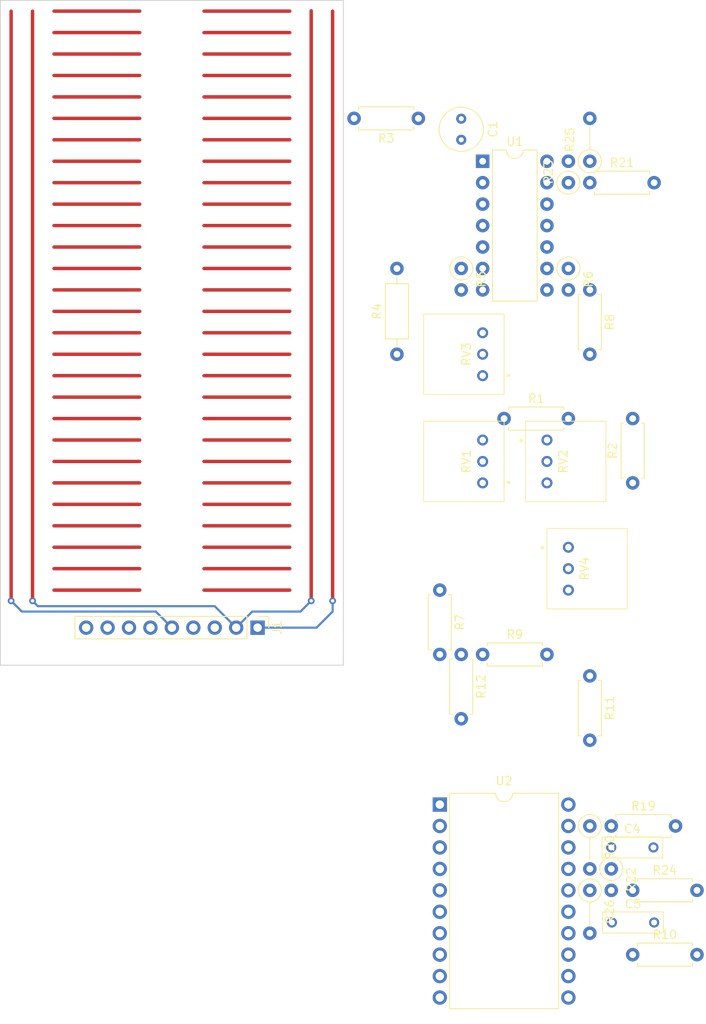
<source format=kicad_pcb>
(kicad_pcb (version 20211014) (generator pcbnew)
  (title_block (title "VCF 2-Pole Prototype") (date "2022-04-08") (rev "1.0") (company "Len Popp") (comment 1 "Copyright © 2022 Len Popp CC BY") (comment 2 "2-pole lowpass VCF for breadboard"))
  (layers (0 "F.Cu" signal) (1 "In1.Cu" jumper "Wire1.Cu") (2 "In2.Cu" jumper "Wire2.Cu") (3 "In3.Cu" jumper "Wire3.Cu") (4 "In4.Cu" jumper "Wire4.Cu") (31 "B.Cu" signal) (34 "B.Paste" user) (35 "F.Paste" user) (36 "B.SilkS" user "B.Silkscreen") (37 "F.SilkS" user "F.Silkscreen") (38 "B.Mask" user) (39 "F.Mask" user) (44 "Edge.Cuts" user))
  (net 0 "")
  (net 1 "+12V")
  (net 2 "GND")
  (net 3 "-12V")
  (net 4 "Net-(C1-Pad2)")
  (net 5 "BUS-GATE")
  (net 6 "BUS-CV")
  (net 8 "IN-OUT-1")
  (net 9 "IN-OUT-2")
  (net 10 "Net-(C4-Pad1)")
  (net 11 "Net-(C5-Pad1)")
  (net 12 "unconnected-(J1-Pad2)")
  (net 13 "unconnected-(J1-Pad7)")
  (net 14 "Net-(R1-Pad1)")
  (net 15 "Net-(R1-Pad2)")
  (net 16 "Net-(R2-Pad1)")
  (net 17 "Net-(R4-Pad1)")
  (net 18 "Net-(R4-Pad2)")
  (net 19 "Net-(R11-Pad1)")
  (net 20 "Net-(R6-Pad2)")
  (net 21 "Net-(R7-Pad1)")
  (net 22 "Net-(R12-Pad1)")
  (net 23 "Net-(R8-Pad2)")
  (net 24 "Net-(R10-Pad1)")
  (net 25 "Net-(R11-Pad2)")
  (net 26 "Net-(R12-Pad2)")
  (net 27 "Net-(R20-Pad2)")
  (net 28 "Net-(R21-Pad1)")
  (net 29 "Net-(R22-Pad2)")
  (net 30 "Net-(R23-Pad2)")
  (net 31 "Net-(R26-Pad2)")
  (net 32 "Net-(RV4-Pad3)")
  (footprint "Connector_PinHeader_2.54mm:PinHeader_1x09_P2.54mm_Vertical" (layer "F.Cu") (at 113.03 98.425 -90)
    (fp_text reference "J1" (at 0 -2.33 90) (layer "F.SilkS"))
    (fp_text value "Conn_01x09")
    (fp_line (start -1.33 21.65) (end 1.33 21.65) (layer "F.SilkS") (width 0.12))
    (fp_line (start -1.33 1.27) (end -1.33 21.65) (layer "F.SilkS") (width 0.12))
    (fp_line (start 1.33 1.27) (end 1.33 21.65) (layer "F.SilkS") (width 0.12))
    (fp_line (start -1.33 -1.33) (end 0 -1.33) (layer "F.SilkS") (width 0.12))
    (fp_line (start -1.33 1.27) (end 1.33 1.27) (layer "F.SilkS") (width 0.12))
    (fp_line (start -1.33 0) (end -1.33 -1.33) (layer "F.SilkS") (width 0.12))
    (pad "1" thru_hole rect locked (at 0 0 270) (size 1.7 1.7) (drill 1) (layers *.Cu *.Mask) (net 3 "-12V"))
    (pad "2" thru_hole oval locked (at 0 2.54 270) (size 1.7 1.7) (drill 1) (layers *.Cu *.Mask) (net 12 "unconnected-(J1-Pad2)"))
    (pad "3" thru_hole oval locked (at 0 5.08 270) (size 1.7 1.7) (drill 1) (layers *.Cu *.Mask) (net 9 "IN-OUT-2"))
    (pad "4" thru_hole oval locked (at 0 7.62 270) (size 1.7 1.7) (drill 1) (layers *.Cu *.Mask) (net 8 "IN-OUT-1"))
    (pad "5" thru_hole oval locked (at 0 10.16 270) (size 1.7 1.7) (drill 1) (layers *.Cu *.Mask) (net 1 "+12V"))
    (pad "6" thru_hole oval locked (at 0 12.7 270) (size 1.7 1.7) (drill 1) (layers *.Cu *.Mask))
    (pad "7" thru_hole oval locked (at 0 15.24 270) (size 1.7 1.7) (drill 1) (layers *.Cu *.Mask) (net 13 "unconnected-(J1-Pad7)"))
    (pad "8" thru_hole oval locked (at 0 17.78 270) (size 1.7 1.7) (drill 1) (layers *.Cu *.Mask) (net 6 "BUS-CV"))
    (pad "9" thru_hole oval locked (at 0 20.32 270) (size 1.7 1.7) (drill 1) (layers *.Cu *.Mask) (net 5 "BUS-GATE"))
  )
  (footprint "-lmp-stripboard:SB_Gen_1" (layer "F.Cu") (at 137.16 55.88 -90)
    (fp_text reference "R5" (at 1.27 -2.37 -90) (layer "F.SilkS"))
    (fp_text value "100K")
    (fp_line (start 1.37 0) (end 1.44 0) (layer "F.SilkS") (width 0.12))
    (fp_circle (center 0 0) (end 1.37 0) (layer "F.SilkS") (width 0.12) (fill none))
    (pad "1" thru_hole circle locked (at 0 0 270) (size 1.6 1.6) (drill 0.8) (layers *.Cu *.Mask) (net 18 "Net-(R4-Pad2)"))
    (pad "2" thru_hole oval locked (at 2.54 0 270) (size 1.6 1.6) (drill 0.8) (layers *.Cu *.Mask) (net 19 "Net-(R11-Pad1)"))
  )
  (footprint "-lmp-stripboard:SB_Gen_4" (layer "F.Cu") (at 129.54 66.04 90)
    (fp_text reference "R4" (at 5.08 -2.37 90) (layer "F.SilkS"))
    (fp_text value "100K")
    (fp_line (start 9.12 0) (end 8.35 0) (layer "F.SilkS") (width 0.12))
    (fp_line (start 8.35 1.37) (end 8.35 -1.37) (layer "F.SilkS") (width 0.12))
    (fp_line (start 8.35 -1.37) (end 1.81 -1.37) (layer "F.SilkS") (width 0.12))
    (fp_line (start 1.81 -1.37) (end 1.81 1.37) (layer "F.SilkS") (width 0.12))
    (fp_line (start 1.81 1.37) (end 8.35 1.37) (layer "F.SilkS") (width 0.12))
    (fp_line (start 1.04 0) (end 1.81 0) (layer "F.SilkS") (width 0.12))
    (pad "1" thru_hole circle locked (at 0 0 90) (size 1.6 1.6) (drill 0.8) (layers *.Cu *.Mask) (net 17 "Net-(R4-Pad1)"))
    (pad "2" thru_hole oval locked (at 10.16 0 90) (size 1.6 1.6) (drill 0.8) (layers *.Cu *.Mask) (net 18 "Net-(R4-Pad2)"))
  )
  (footprint "-lmp-misc:R_Axial_DIN0207_L6.3mm_D2.5mm_P7.62mm_Horizontal" (layer "F.Cu") (at 139.7 101.6)
    (fp_text reference "R9" (at 3.81 -2.37) (layer "F.SilkS"))
    (fp_text value "16K")
    (fp_line (start 7.08 -1.37) (end 7.08 -1.04) (layer "F.SilkS") (width 0.12))
    (fp_line (start 0.54 -1.37) (end 7.08 -1.37) (layer "F.SilkS") (width 0.12))
    (fp_line (start 0.54 1.37) (end 7.08 1.37) (layer "F.SilkS") (width 0.12))
    (fp_line (start 0.54 -1.04) (end 0.54 -1.37) (layer "F.SilkS") (width 0.12))
    (fp_line (start 7.08 1.37) (end 7.08 1.04) (layer "F.SilkS") (width 0.12))
    (fp_line (start 0.54 1.04) (end 0.54 1.37) (layer "F.SilkS") (width 0.12))
    (pad "1" thru_hole circle locked (at 0 0) (size 1.6 1.6) (drill 0.8) (layers *.Cu *.Mask) (net 22 "Net-(R12-Pad1)"))
    (pad "2" thru_hole oval locked (at 7.62 0) (size 1.6 1.6) (drill 0.8) (layers *.Cu *.Mask) (net 24 "Net-(R10-Pad1)"))
  )
  (footprint "-lmp-breakout:Breakout_DIP-20_W15.24mm" (layer "F.Cu") (at 134.62 119.38)
    (fp_text reference "U2" (at 7.62 -2.794) (layer "F.SilkS"))
    (fp_text value "SSI2140")
    (fp_line (start 14.08 24.19) (end 14.08 -1.33) (layer "F.SilkS") (width 0.12))
    (fp_line (start 6.62 -1.33) (end 1.16 -1.33) (layer "F.SilkS") (width 0.12))
    (fp_line (start 1.16 -1.33) (end 1.16 24.19) (layer "F.SilkS") (width 0.12))
    (fp_line (start 1.16 24.19) (end 14.08 24.19) (layer "F.SilkS") (width 0.12))
    (fp_line (start 14.08 -1.33) (end 8.62 -1.33) (layer "F.SilkS") (width 0.12))
    (fp_arc (start 8.62 -1.33) (mid 7.62 -0.33) (end 6.62 -1.33) (layer "F.SilkS") (width 0.12))
    (pad "1" thru_hole rect (at 0 0) (size 1.7 1.7) (drill 1) (layers *.Cu *.Mask))
    (pad "2" thru_hole circle (at 0 2.54) (size 1.7 1.7) (drill 1) (layers *.Cu *.Mask))
    (pad "3" thru_hole circle (at 0 5.08) (size 1.7 1.7) (drill 1) (layers *.Cu *.Mask))
    (pad "4" thru_hole circle (at 0 7.62) (size 1.7 1.7) (drill 1) (layers *.Cu *.Mask))
    (pad "5" thru_hole circle (at 0 10.16) (size 1.7 1.7) (drill 1) (layers *.Cu *.Mask))
    (pad "6" thru_hole circle (at 0 12.7) (size 1.7 1.7) (drill 1) (layers *.Cu *.Mask))
    (pad "7" thru_hole circle (at 0 15.24) (size 1.7 1.7) (drill 1) (layers *.Cu *.Mask) (net 32 "Net-(RV4-Pad3)"))
    (pad "8" thru_hole circle (at 0 17.78) (size 1.7 1.7) (drill 1) (layers *.Cu *.Mask) (net 32 "Net-(RV4-Pad3)"))
    (pad "9" thru_hole circle (at 0 20.32) (size 1.7 1.7) (drill 1) (layers *.Cu *.Mask) (net 26 "Net-(R12-Pad2)"))
    (pad "10" thru_hole circle (at 0 22.86) (size 1.7 1.7) (drill 1) (layers *.Cu *.Mask) (net 2 "GND"))
    (pad "11" thru_hole circle (at 15.24 22.86) (size 1.7 1.7) (drill 1) (layers *.Cu *.Mask) (net 3 "-12V"))
    (pad "12" thru_hole circle (at 15.24 20.32) (size 1.7 1.7) (drill 1) (layers *.Cu *.Mask) (net 25 "Net-(R11-Pad2)"))
    (pad "13" thru_hole circle (at 15.24 17.78) (size 1.7 1.7) (drill 1) (layers *.Cu *.Mask) (net 24 "Net-(R10-Pad1)"))
    (pad "14" thru_hole circle (at 15.24 15.24) (size 1.7 1.7) (drill 1) (layers *.Cu *.Mask) (net 31 "Net-(R26-Pad2)"))
    (pad "15" thru_hole circle (at 15.24 12.7) (size 1.7 1.7) (drill 1) (layers *.Cu *.Mask) (net 11 "Net-(C5-Pad1)"))
    (pad "16" thru_hole circle (at 15.24 10.16) (size 1.7 1.7) (drill 1) (layers *.Cu *.Mask) (net 29 "Net-(R22-Pad2)"))
    (pad "17" thru_hole circle (at 15.24 7.62) (size 1.7 1.7) (drill 1) (layers *.Cu *.Mask) (net 27 "Net-(R20-Pad2)"))
    (pad "18" thru_hole circle (at 15.24 5.08) (size 1.7 1.7) (drill 1) (layers *.Cu *.Mask) (net 10 "Net-(C4-Pad1)"))
    (pad "19" thru_hole circle (at 15.24 2.54) (size 1.7 1.7) (drill 1) (layers *.Cu *.Mask) (net 26 "Net-(R12-Pad2)"))
    (pad "20" thru_hole circle (at 15.24 0) (size 1.7 1.7) (drill 1) (layers *.Cu *.Mask) (net 1 "+12V"))
  )
  (footprint "Package_DIP:DIP-14_W7.62mm" (layer "F.Cu") (at 139.7 43.18)
    (fp_text reference "U1" (at 3.81 -2.33) (layer "F.SilkS"))
    (fp_text value "TL074")
    (fp_line (start 1.16 16.57) (end 6.46 16.57) (layer "F.SilkS") (width 0.12))
    (fp_line (start 1.16 -1.33) (end 1.16 16.57) (layer "F.SilkS") (width 0.12))
    (fp_line (start 2.81 -1.33) (end 1.16 -1.33) (layer "F.SilkS") (width 0.12))
    (fp_line (start 6.46 16.57) (end 6.46 -1.33) (layer "F.SilkS") (width 0.12))
    (fp_line (start 6.46 -1.33) (end 4.81 -1.33) (layer "F.SilkS") (width 0.12))
    (fp_arc (start 4.81 -1.33) (mid 3.81 -0.33) (end 2.81 -1.33) (layer "F.SilkS") (width 0.12))
    (pad "1" thru_hole rect (at 0 0) (size 1.6 1.6) (drill 0.8) (layers *.Cu *.Mask) (net 21 "Net-(R7-Pad1)"))
    (pad "2" thru_hole oval (at 0 2.54) (size 1.6 1.6) (drill 0.8) (layers *.Cu *.Mask) (net 21 "Net-(R7-Pad1)"))
    (pad "3" thru_hole oval (at 0 5.08) (size 1.6 1.6) (drill 0.8) (layers *.Cu *.Mask) (net 4 "Net-(C1-Pad2)"))
    (pad "4" thru_hole oval (at 0 7.62) (size 1.6 1.6) (drill 0.8) (layers *.Cu *.Mask) (net 1 "+12V"))
    (pad "5" thru_hole oval (at 0 10.16) (size 1.6 1.6) (drill 0.8) (layers *.Cu *.Mask) (net 2 "GND"))
    (pad "6" thru_hole oval (at 0 12.7) (size 1.6 1.6) (drill 0.8) (layers *.Cu *.Mask) (net 18 "Net-(R4-Pad2)"))
    (pad "7" thru_hole oval (at 0 15.24) (size 1.6 1.6) (drill 0.8) (layers *.Cu *.Mask) (net 19 "Net-(R11-Pad1)"))
    (pad "8" thru_hole oval (at 7.62 15.24) (size 1.6 1.6) (drill 0.8) (layers *.Cu *.Mask) (net 20 "Net-(R6-Pad2)"))
    (pad "9" thru_hole oval (at 7.62 12.7) (size 1.6 1.6) (drill 0.8) (layers *.Cu *.Mask) (net 15 "Net-(R1-Pad2)"))
    (pad "10" thru_hole oval (at 7.62 10.16) (size 1.6 1.6) (drill 0.8) (layers *.Cu *.Mask) (net 2 "GND"))
    (pad "11" thru_hole oval (at 7.62 7.62) (size 1.6 1.6) (drill 0.8) (layers *.Cu *.Mask) (net 3 "-12V"))
    (pad "12" thru_hole oval (at 7.62 5.08) (size 1.6 1.6) (drill 0.8) (layers *.Cu *.Mask) (net 31 "Net-(R26-Pad2)"))
    (pad "13" thru_hole oval (at 7.62 2.54) (size 1.6 1.6) (drill 0.8) (layers *.Cu *.Mask) (net 28 "Net-(R21-Pad1)"))
    (pad "14" thru_hole oval (at 7.62 0) (size 1.6 1.6) (drill 0.8) (layers *.Cu *.Mask) (net 30 "Net-(R23-Pad2)"))
  )
  (footprint "-lmp-stripboard:SB_Gen_2" (layer "F.Cu") (at 152.4 43.18 90)
    (fp_text reference "R25" (at 2.54 -2.37 90) (layer "F.SilkS"))
    (fp_text value "1K")
    (fp_line (start 1.37 0) (end 3.98 0) (layer "F.SilkS") (width 0.12))
    (fp_circle (center 0 0) (end 1.37 0) (layer "F.SilkS") (width 0.12) (fill none))
    (pad "1" thru_hole circle locked (at 0 0 90) (size 1.6 1.6) (drill 0.8) (layers *.Cu *.Mask) (net 30 "Net-(R23-Pad2)"))
    (pad "2" thru_hole oval locked (at 5.08 0 90) (size 1.6 1.6) (drill 0.8) (layers *.Cu *.Mask) (net 9 "IN-OUT-2"))
  )
  (footprint "-lmp-misc:R_Axial_DIN0207_L6.3mm_D2.5mm_P7.62mm_Horizontal" (layer "F.Cu") (at 152.4 58.42 -90)
    (fp_text reference "R8" (at 3.81 -2.37 90) (layer "F.SilkS"))
    (fp_text value "49K9")
    (fp_line (start 7.08 -1.37) (end 7.08 -1.04) (layer "F.SilkS") (width 0.12))
    (fp_line (start 0.54 -1.37) (end 7.08 -1.37) (layer "F.SilkS") (width 0.12))
    (fp_line (start 0.54 1.04) (end 0.54 1.37) (layer "F.SilkS") (width 0.12))
    (fp_line (start 0.54 1.37) (end 7.08 1.37) (layer "F.SilkS") (width 0.12))
    (fp_line (start 7.08 1.37) (end 7.08 1.04) (layer "F.SilkS") (width 0.12))
    (fp_line (start 0.54 -1.04) (end 0.54 -1.37) (layer "F.SilkS") (width 0.12))
    (pad "1" thru_hole circle locked (at 0 0 270) (size 1.6 1.6) (drill 0.8) (layers *.Cu *.Mask) (net 20 "Net-(R6-Pad2)"))
    (pad "2" thru_hole oval locked (at 7.62 0 270) (size 1.6 1.6) (drill 0.8) (layers *.Cu *.Mask) (net 23 "Net-(R8-Pad2)"))
  )
  (footprint "-lmp-misc:R_Axial_DIN0207_L6.3mm_D2.5mm_P7.62mm_Horizontal" (layer "F.Cu") (at 157.48 81.28 90)
    (fp_text reference "R2" (at 3.81 -2.37 90) (layer "F.SilkS"))
    (fp_text value "150K")
    (fp_line (start 0.54 -1.04) (end 0.54 -1.37) (layer "F.SilkS") (width 0.12))
    (fp_line (start 0.54 1.37) (end 7.08 1.37) (layer "F.SilkS") (width 0.12))
    (fp_line (start 0.54 -1.37) (end 7.08 -1.37) (layer "F.SilkS") (width 0.12))
    (fp_line (start 7.08 -1.37) (end 7.08 -1.04) (layer "F.SilkS") (width 0.12))
    (fp_line (start 7.08 1.37) (end 7.08 1.04) (layer "F.SilkS") (width 0.12))
    (fp_line (start 0.54 1.04) (end 0.54 1.37) (layer "F.SilkS") (width 0.12))
    (pad "1" thru_hole circle locked (at 0 0 90) (size 1.6 1.6) (drill 0.8) (layers *.Cu *.Mask) (net 16 "Net-(R2-Pad1)"))
    (pad "2" thru_hole oval locked (at 7.62 0 90) (size 1.6 1.6) (drill 0.8) (layers *.Cu *.Mask) (net 15 "Net-(R1-Pad2)"))
  )
  (footprint "-lmp-misc:Potentiometer_Bourns_3310R_Top" (layer "F.Cu") (at 137.775 66.04 -90)
    (fp_text reference "RV3" (at 0 0 90) (layer "F.SilkS"))
    (fp_text value "100K" hide)
    (fp_line (start -4.765 -4.465) (end 4.765 -4.465) (layer "F.SilkS") (width 0.1))
    (fp_line (start 4.765 5.065) (end -4.765 5.065) (layer "F.SilkS") (width 0.1))
    (fp_line (start 4.765 -4.465) (end 4.765 5.065) (layer "F.SilkS") (width 0.1))
    (fp_line (start 2.6 -4.965) (end 2.6 -4.965) (layer "F.SilkS") (width 0.2))
    (fp_line (start 2.4 -4.965) (end 2.4 -4.965) (layer "F.SilkS") (width 0.2))
    (fp_line (start -4.765 5.065) (end -4.765 -4.465) (layer "F.SilkS") (width 0.1))
    (fp_arc (start 2.6 -4.965) (mid 2.5 -4.865) (end 2.4 -4.965) (layer "F.SilkS") (width 0.2))
    (fp_arc (start 2.4 -4.965) (mid 2.5 -5.065) (end 2.6 -4.965) (layer "F.SilkS") (width 0.2))
    (pad "1" thru_hole circle (at 2.54 -1.925 270) (size 1.302857 1.302857) (drill 0.76) (layers *.Cu *.Mask) (net 2 "GND"))
    (pad "2" thru_hole circle (at 0 -1.925 270) (size 1.302857 1.302857) (drill 0.76) (layers *.Cu *.Mask) (net 17 "Net-(R4-Pad1)"))
    (pad "3" thru_hole circle (at -2.54 -1.925 270) (size 1.302857 1.302857) (drill 0.76) (layers *.Cu *.Mask) (net 1 "+12V"))
  )
  (footprint "-lmp-stripboard:SB_Gen_1" (layer "F.Cu") (at 149.86 45.72 90)
    (fp_text reference "R23" (at 1.27 -2.37 90) (layer "F.SilkS"))
    (fp_text value "30K")
    (fp_line (start 1.37 0) (end 1.44 0) (layer "F.SilkS") (width 0.12))
    (fp_circle (center 0 0) (end 1.37 0) (layer "F.SilkS") (width 0.12) (fill none))
    (pad "1" thru_hole circle locked (at 0 0 90) (size 1.6 1.6) (drill 0.8) (layers *.Cu *.Mask) (net 28 "Net-(R21-Pad1)"))
    (pad "2" thru_hole oval locked (at 2.54 0 90) (size 1.6 1.6) (drill 0.8) (layers *.Cu *.Mask) (net 30 "Net-(R23-Pad2)"))
  )
  (footprint "-lmp-misc:R_Axial_DIN0207_L6.3mm_D2.5mm_P7.62mm_Horizontal" (layer "F.Cu") (at 152.4 104.14 -90)
    (fp_text reference "R11" (at 3.81 -2.37 90) (layer "F.SilkS"))
    (fp_text value "20K")
    (fp_line (start 7.08 1.37) (end 7.08 1.04) (layer "F.SilkS") (width 0.12))
    (fp_line (start 0.54 1.37) (end 7.08 1.37) (layer "F.SilkS") (width 0.12))
    (fp_line (start 0.54 1.04) (end 0.54 1.37) (layer "F.SilkS") (width 0.12))
    (fp_line (start 0.54 -1.04) (end 0.54 -1.37) (layer "F.SilkS") (width 0.12))
    (fp_line (start 7.08 -1.37) (end 7.08 -1.04) (layer "F.SilkS") (width 0.12))
    (fp_line (start 0.54 -1.37) (end 7.08 -1.37) (layer "F.SilkS") (width 0.12))
    (pad "1" thru_hole circle locked (at 0 0 270) (size 1.6 1.6) (drill 0.8) (layers *.Cu *.Mask) (net 19 "Net-(R11-Pad1)"))
    (pad "2" thru_hole oval locked (at 7.62 0 270) (size 1.6 1.6) (drill 0.8) (layers *.Cu *.Mask) (net 25 "Net-(R11-Pad2)"))
  )
  (footprint "-lmp-stripboard:SB_Gen_1" (layer "F.Cu") (at 149.86 55.88 -90)
    (fp_text reference "R6" (at 1.27 -2.37 -90) (layer "F.SilkS"))
    (fp_text value "100K")
    (fp_line (start 1.37 0) (end 1.44 0) (layer "F.SilkS") (width 0.12))
    (fp_circle (center 0 0) (end 1.37 0) (layer "F.SilkS") (width 0.12) (fill none))
    (pad "1" thru_hole circle locked (at 0 0 270) (size 1.6 1.6) (drill 0.8) (layers *.Cu *.Mask) (net 15 "Net-(R1-Pad2)"))
    (pad "2" thru_hole oval locked (at 2.54 0 270) (size 1.6 1.6) (drill 0.8) (layers *.Cu *.Mask) (net 20 "Net-(R6-Pad2)"))
  )
  (footprint "-lmp-misc:C_Rect_Kemet_L7.2mm_W2.5mm_P5mm" (layer "F.Cu") (at 154.94 124.46)
    (fp_text reference "C4" (at 2.5 -2.2) (layer "F.SilkS"))
    (fp_text value "1N" hide)
    (fp_line (start 6.1 -1.25) (end 6.1 1.25) (layer "F.SilkS") (width 0.1))
    (fp_line (start -1.1 1.25) (end -1.1 -1.25) (layer "F.SilkS") (width 0.1))
    (fp_line (start -1.1 -1.25) (end 6.1 -1.25) (layer "F.SilkS") (width 0.1))
    (fp_line (start 6.1 1.25) (end -1.1 1.25) (layer "F.SilkS") (width 0.1))
    (pad "1" thru_hole circle locked (at 0 0) (size 1.2 1.2) (drill 0.7) (layers *.Cu *.Mask) (net 10 "Net-(C4-Pad1)"))
    (pad "2" thru_hole circle locked (at 5 0) (size 1.2 1.2) (drill 0.7) (layers *.Cu *.Mask) (net 2 "GND"))
  )
  (footprint "-lmp-stripboard:SB_Gen_1" (layer "F.Cu") (at 154.94 127 -90)
    (fp_text reference "R22" (at 1.27 -2.37 90) (layer "F.SilkS"))
    (fp_text value "10K")
    (fp_line (start 1.37 0) (end 1.44 0) (layer "F.SilkS") (width 0.12))
    (fp_circle (center 0 0) (end 1.37 0) (layer "F.SilkS") (width 0.12) (fill none))
    (pad "1" thru_hole circle locked (at 0 0 270) (size 1.6 1.6) (drill 0.8) (layers *.Cu *.Mask) (net 27 "Net-(R20-Pad2)"))
    (pad "2" thru_hole oval locked (at 2.54 0 270) (size 1.6 1.6) (drill 0.8) (layers *.Cu *.Mask) (net 29 "Net-(R22-Pad2)"))
  )
  (footprint "-lmp-misc:Potentiometer_Bourns_3310R_Top" (layer "F.Cu") (at 151.785 91.44 90)
    (fp_text reference "RV4" (at 0 0 90) (layer "F.SilkS"))
    (fp_text value "10K" hide)
    (fp_line (start -4.765 -4.465) (end 4.765 -4.465) (layer "F.SilkS") (width 0.1))
    (fp_line (start 4.765 5.065) (end -4.765 5.065) (layer "F.SilkS") (width 0.1))
    (fp_line (start 2.4 -4.965) (end 2.4 -4.965) (layer "F.SilkS") (width 0.2))
    (fp_line (start -4.765 5.065) (end -4.765 -4.465) (layer "F.SilkS") (width 0.1))
    (fp_line (start 2.6 -4.965) (end 2.6 -4.965) (layer "F.SilkS") (width 0.2))
    (fp_line (start 4.765 -4.465) (end 4.765 5.065) (layer "F.SilkS") (width 0.1))
    (fp_arc (start 2.4 -4.965) (mid 2.5 -5.065) (end 2.6 -4.965) (layer "F.SilkS") (width 0.2))
    (fp_arc (start 2.6 -4.965) (mid 2.5 -4.865) (end 2.4 -4.965) (layer "F.SilkS") (width 0.2))
    (pad "1" thru_hole circle (at 2.54 -1.925 90) (size 1.302857 1.302857) (drill 0.76) (layers *.Cu *.Mask) (net 23 "Net-(R8-Pad2)"))
    (pad "2" thru_hole circle (at 0 -1.925 90) (size 1.302857 1.302857) (drill 0.76) (layers *.Cu *.Mask) (net 23 "Net-(R8-Pad2)"))
    (pad "3" thru_hole circle (at -2.54 -1.925 90) (size 1.302857 1.302857) (drill 0.76) (layers *.Cu *.Mask) (net 32 "Net-(RV4-Pad3)"))
  )
  (footprint "-lmp-misc:R_Axial_DIN0207_L6.3mm_D2.5mm_P7.62mm_Horizontal" (layer "F.Cu") (at 157.48 129.54)
    (fp_text reference "R24" (at 3.81 -2.37) (layer "F.SilkS"))
    (fp_text value "200R")
    (fp_line (start 0.54 1.37) (end 7.08 1.37) (layer "F.SilkS") (width 0.12))
    (fp_line (start 0.54 1.04) (end 0.54 1.37) (layer "F.SilkS") (width 0.12))
    (fp_line (start 7.08 -1.37) (end 7.08 -1.04) (layer "F.SilkS") (width 0.12))
    (fp_line (start 7.08 1.37) (end 7.08 1.04) (layer "F.SilkS") (width 0.12))
    (fp_line (start 0.54 -1.04) (end 0.54 -1.37) (layer "F.SilkS") (width 0.12))
    (fp_line (start 0.54 -1.37) (end 7.08 -1.37) (layer "F.SilkS") (width 0.12))
    (pad "1" thru_hole circle locked (at 0 0) (size 1.6 1.6) (drill 0.8) (layers *.Cu *.Mask) (net 29 "Net-(R22-Pad2)"))
    (pad "2" thru_hole oval locked (at 7.62 0) (size 1.6 1.6) (drill 0.8) (layers *.Cu *.Mask) (net 2 "GND"))
  )
  (footprint "-lmp-misc:Potentiometer_Bourns_3310R_Top" (layer "F.Cu") (at 137.775 78.74 -90)
    (fp_text reference "RV1" (at 0 0 90) (layer "F.SilkS"))
    (fp_text value "100K" hide)
    (fp_line (start 2.6 -4.965) (end 2.6 -4.965) (layer "F.SilkS") (width 0.2))
    (fp_line (start -4.765 -4.465) (end 4.765 -4.465) (layer "F.SilkS") (width 0.1))
    (fp_line (start 4.765 5.065) (end -4.765 5.065) (layer "F.SilkS") (width 0.1))
    (fp_line (start -4.765 5.065) (end -4.765 -4.465) (layer "F.SilkS") (width 0.1))
    (fp_line (start 2.4 -4.965) (end 2.4 -4.965) (layer "F.SilkS") (width 0.2))
    (fp_line (start 4.765 -4.465) (end 4.765 5.065) (layer "F.SilkS") (width 0.1))
    (fp_arc (start 2.4 -4.965) (mid 2.5 -5.065) (end 2.6 -4.965) (layer "F.SilkS") (width 0.2))
    (fp_arc (start 2.6 -4.965) (mid 2.5 -4.865) (end 2.4 -4.965) (layer "F.SilkS") (width 0.2))
    (pad "1" thru_hole circle (at 2.54 -1.925 270) (size 1.302857 1.302857) (drill 0.76) (layers *.Cu *.Mask) (net 2 "GND"))
    (pad "2" thru_hole circle (at 0 -1.925 270) (size 1.302857 1.302857) (drill 0.76) (layers *.Cu *.Mask) (net 14 "Net-(R1-Pad1)"))
    (pad "3" thru_hole circle (at -2.54 -1.925 270) (size 1.302857 1.302857) (drill 0.76) (layers *.Cu *.Mask) (net 1 "+12V"))
  )
  (footprint "-lmp-stripboard:SB_Gen_2" (layer "F.Cu") (at 152.4 121.92 -90)
    (fp_text reference "R20" (at 2.54 -2.37 90) (layer "F.SilkS"))
    (fp_text value "10K")
    (fp_line (start 1.37 0) (end 3.98 0) (layer "F.SilkS") (width 0.12))
    (fp_circle (center 0 0) (end 1.37 0) (layer "F.SilkS") (width 0.12) (fill none))
    (pad "1" thru_hole circle locked (at 0 0 270) (size 1.6 1.6) (drill 0.8) (layers *.Cu *.Mask) (net 26 "Net-(R12-Pad2)"))
    (pad "2" thru_hole oval locked (at 5.08 0 270) (size 1.6 1.6) (drill 0.8) (layers *.Cu *.Mask) (net 27 "Net-(R20-Pad2)"))
  )
  (footprint "-lmp-misc:C_Rect_Kemet_L7.2mm_W2.5mm_P5mm" (layer "F.Cu") (at 155.02 133.35)
    (fp_text reference "C5" (at 2.5 -2.2) (layer "F.SilkS"))
    (fp_text value "1N" hide)
    (fp_line (start 6.1 -1.25) (end 6.1 1.25) (layer "F.SilkS") (width 0.1))
    (fp_line (start -1.1 1.25) (end -1.1 -1.25) (layer "F.SilkS") (width 0.1))
    (fp_line (start 6.1 1.25) (end -1.1 1.25) (layer "F.SilkS") (width 0.1))
    (fp_line (start -1.1 -1.25) (end 6.1 -1.25) (layer "F.SilkS") (width 0.1))
    (pad "1" thru_hole circle locked (at 0 0) (size 1.2 1.2) (drill 0.7) (layers *.Cu *.Mask) (net 11 "Net-(C5-Pad1)"))
    (pad "2" thru_hole circle locked (at 5 0) (size 1.2 1.2) (drill 0.7) (layers *.Cu *.Mask) (net 2 "GND"))
  )
  (footprint "-lmp-misc:R_Axial_DIN0207_L6.3mm_D2.5mm_P7.62mm_Horizontal" (layer "F.Cu") (at 157.48 137.16)
    (fp_text reference "R10" (at 3.81 -2.37) (layer "F.SilkS"))
    (fp_text value "1K")
    (fp_line (start 0.54 1.04) (end 0.54 1.37) (layer "F.SilkS") (width 0.12))
    (fp_line (start 7.08 1.37) (end 7.08 1.04) (layer "F.SilkS") (width 0.12))
    (fp_line (start 0.54 1.37) (end 7.08 1.37) (layer "F.SilkS") (width 0.12))
    (fp_line (start 0.54 -1.04) (end 0.54 -1.37) (layer "F.SilkS") (width 0.12))
    (fp_line (start 0.54 -1.37) (end 7.08 -1.37) (layer "F.SilkS") (width 0.12))
    (fp_line (start 7.08 -1.37) (end 7.08 -1.04) (layer "F.SilkS") (width 0.12))
    (pad "1" thru_hole circle locked (at 0 0) (size 1.6 1.6) (drill 0.8) (layers *.Cu *.Mask) (net 24 "Net-(R10-Pad1)"))
    (pad "2" thru_hole oval locked (at 7.62 0) (size 1.6 1.6) (drill 0.8) (layers *.Cu *.Mask) (net 2 "GND"))
  )
  (footprint "-lmp-misc:R_Axial_DIN0207_L6.3mm_D2.5mm_P7.62mm_Horizontal" (layer "F.Cu") (at 154.94 121.92)
    (fp_text reference "R19" (at 3.81 -2.37) (layer "F.SilkS"))
    (fp_text value "200R")
    (fp_line (start 7.08 -1.37) (end 7.08 -1.04) (layer "F.SilkS") (width 0.12))
    (fp_line (start 0.54 1.37) (end 7.08 1.37) (layer "F.SilkS") (width 0.12))
    (fp_line (start 0.54 -1.04) (end 0.54 -1.37) (layer "F.SilkS") (width 0.12))
    (fp_line (start 7.08 1.37) (end 7.08 1.04) (layer "F.SilkS") (width 0.12))
    (fp_line (start 0.54 -1.37) (end 7.08 -1.37) (layer "F.SilkS") (width 0.12))
    (fp_line (start 0.54 1.04) (end 0.54 1.37) (layer "F.SilkS") (width 0.12))
    (pad "1" thru_hole circle locked (at 0 0) (size 1.6 1.6) (drill 0.8) (layers *.Cu *.Mask) (net 26 "Net-(R12-Pad2)"))
    (pad "2" thru_hole oval locked (at 7.62 0) (size 1.6 1.6) (drill 0.8) (layers *.Cu *.Mask) (net 2 "GND"))
  )
  (footprint "-lmp-misc:Potentiometer_Bourns_3310R_Top" (layer "F.Cu") (at 149.245 78.74 90)
    (fp_text reference "RV2" (at 0 0 90) (layer "F.SilkS"))
    (fp_text value "10K" hide)
    (fp_line (start -4.765 -4.465) (end 4.765 -4.465) (layer "F.SilkS") (width 0.1))
    (fp_line (start 4.765 -4.465) (end 4.765 5.065) (layer "F.SilkS") (width 0.1))
    (fp_line (start 2.6 -4.965) (end 2.6 -4.965) (layer "F.SilkS") (width 0.2))
    (fp_line (start 2.4 -4.965) (end 2.4 -4.965) (layer "F.SilkS") (width 0.2))
    (fp_line (start -4.765 5.065) (end -4.765 -4.465) (layer "F.SilkS") (width 0.1))
    (fp_line (start 4.765 5.065) (end -4.765 5.065) (layer "F.SilkS") (width 0.1))
    (fp_arc (start 2.4 -4.965) (mid 2.5 -5.065) (end 2.6 -4.965) (layer "F.SilkS") (width 0.2))
    (fp_arc (start 2.6 -4.965) (mid 2.5 -4.865) (end 2.4 -4.965) (layer "F.SilkS") (width 0.2))
    (pad "1" thru_hole circle (at 2.54 -1.925 90) (size 1.302857 1.302857) (drill 0.76) (layers *.Cu *.Mask) (net 3 "-12V"))
    (pad "2" thru_hole circle (at 0 -1.925 90) (size 1.302857 1.302857) (drill 0.76) (layers *.Cu *.Mask) (net 3 "-12V"))
    (pad "3" thru_hole circle (at -2.54 -1.925 90) (size 1.302857 1.302857) (drill 0.76) (layers *.Cu *.Mask) (net 16 "Net-(R2-Pad1)"))
  )
  (footprint "-lmp-misc:R_Axial_DIN0207_L6.3mm_D2.5mm_P7.62mm_Horizontal" (layer "F.Cu") (at 137.16 101.6 -90)
    (fp_text reference "R12" (at 3.81 -2.37 90) (layer "F.SilkS"))
    (fp_text value "10K")
    (fp_line (start 0.54 -1.37) (end 7.08 -1.37) (layer "F.SilkS") (width 0.12))
    (fp_line (start 0.54 1.37) (end 7.08 1.37) (layer "F.SilkS") (width 0.12))
    (fp_line (start 7.08 -1.37) (end 7.08 -1.04) (layer "F.SilkS") (width 0.12))
    (fp_line (start 7.08 1.37) (end 7.08 1.04) (layer "F.SilkS") (width 0.12))
    (fp_line (start 0.54 1.04) (end 0.54 1.37) (layer "F.SilkS") (width 0.12))
    (fp_line (start 0.54 -1.04) (end 0.54 -1.37) (layer "F.SilkS") (width 0.12))
    (pad "1" thru_hole circle locked (at 0 0 270) (size 1.6 1.6) (drill 0.8) (layers *.Cu *.Mask) (net 22 "Net-(R12-Pad1)"))
    (pad "2" thru_hole oval locked (at 7.62 0 270) (size 1.6 1.6) (drill 0.8) (layers *.Cu *.Mask) (net 26 "Net-(R12-Pad2)"))
  )
  (footprint "-lmp-misc:R_Axial_DIN0207_L6.3mm_D2.5mm_P7.62mm_Horizontal" (layer "F.Cu") (at 134.62 93.98 -90)
    (fp_text reference "R7" (at 3.81 -2.37 90) (layer "F.SilkS"))
    (fp_text value "24K")
    (fp_line (start 0.54 -1.04) (end 0.54 -1.37) (layer "F.SilkS") (width 0.12))
    (fp_line (start 7.08 1.37) (end 7.08 1.04) (layer "F.SilkS") (width 0.12))
    (fp_line (start 7.08 -1.37) (end 7.08 -1.04) (layer "F.SilkS") (width 0.12))
    (fp_line (start 0.54 1.37) (end 7.08 1.37) (layer "F.SilkS") (width 0.12))
    (fp_line (start 0.54 1.04) (end 0.54 1.37) (layer "F.SilkS") (width 0.12))
    (fp_line (start 0.54 -1.37) (end 7.08 -1.37) (layer "F.SilkS") (width 0.12))
    (pad "1" thru_hole circle locked (at 0 0 270) (size 1.6 1.6) (drill 0.8) (layers *.Cu *.Mask) (net 21 "Net-(R7-Pad1)"))
    (pad "2" thru_hole oval locked (at 7.62 0 270) (size 1.6 1.6) (drill 0.8) (layers *.Cu *.Mask) (net 22 "Net-(R12-Pad1)"))
  )
  (footprint "-lmp-misc:R_Axial_DIN0207_L6.3mm_D2.5mm_P7.62mm_Horizontal" (layer "F.Cu") (at 152.4 45.72)
    (fp_text reference "R21" (at 3.81 -2.37) (layer "F.SilkS"))
    (fp_text value "120K")
    (fp_line (start 0.54 1.04) (end 0.54 1.37) (layer "F.SilkS") (width 0.12))
    (fp_line (start 7.08 1.37) (end 7.08 1.04) (layer "F.SilkS") (width 0.12))
    (fp_line (start 0.54 -1.37) (end 7.08 -1.37) (layer "F.SilkS") (width 0.12))
    (fp_line (start 0.54 -1.04) (end 0.54 -1.37) (layer "F.SilkS") (width 0.12))
    (fp_line (start 0.54 1.37) (end 7.08 1.37) (layer "F.SilkS") (width 0.12))
    (fp_line (start 7.08 -1.37) (end 7.08 -1.04) (layer "F.SilkS") (width 0.12))
    (pad "1" thru_hole circle locked (at 0 0) (size 1.6 1.6) (drill 0.8) (layers *.Cu *.Mask) (net 28 "Net-(R21-Pad1)"))
    (pad "2" thru_hole oval locked (at 7.62 0) (size 1.6 1.6) (drill 0.8) (layers *.Cu *.Mask) (net 2 "GND"))
  )
  (footprint "-lmp-misc:C_Radial_D5.0mm_H5.0mm_P2.50mm" (layer "F.Cu") (at 137.16 38.14 -90)
    (fp_text reference "C1" (at 1.25 -3.75 90) (layer "F.SilkS"))
    (fp_text value "CNP_10U")
    (fp_circle (center 1.25 0) (end 3.87 0) (layer "F.SilkS") (width 0.12) (fill none))
    (pad "1" thru_hole circle locked (at 0 0 270) (size 1.2 1.2) (drill 0.6) (layers *.Cu *.Mask) (net 8 "IN-OUT-1"))
    (pad "2" thru_hole circle locked (at 2.5 0 270) (size 1.2 1.2) (drill 0.6) (layers *.Cu *.Mask) (net 4 "Net-(C1-Pad2)"))
  )
  (footprint "-lmp-stripboard:SB_Gen_2" (layer "F.Cu") (at 152.4 129.54 -90)
    (fp_text reference "R26" (at 2.54 -2.37 90) (layer "F.SilkS"))
    (fp_text value "10K")
    (fp_line (start 1.37 0) (end 3.98 0) (layer "F.SilkS") (width 0.12))
    (fp_circle (center 0 0) (end 1.37 0) (layer "F.SilkS") (width 0.12) (fill none))
    (pad "1" thru_hole circle locked (at 0 0 270) (size 1.6 1.6) (drill 0.8) (layers *.Cu *.Mask) (net 29 "Net-(R22-Pad2)"))
    (pad "2" thru_hole oval locked (at 5.08 0 270) (size 1.6 1.6) (drill 0.8) (layers *.Cu *.Mask) (net 31 "Net-(R26-Pad2)"))
  )
  (footprint "-lmp-misc:R_Axial_DIN0207_L6.3mm_D2.5mm_P7.62mm_Horizontal" (layer "F.Cu") (at 142.24 73.66)
    (fp_text reference "R1" (at 3.81 -2.37) (layer "F.SilkS"))
    (fp_text value "120K")
    (fp_line (start 0.54 1.04) (end 0.54 1.37) (layer "F.SilkS") (width 0.12))
    (fp_line (start 7.08 1.37) (end 7.08 1.04) (layer "F.SilkS") (width 0.12))
    (fp_line (start 0.54 -1.04) (end 0.54 -1.37) (layer "F.SilkS") (width 0.12))
    (fp_line (start 0.54 1.37) (end 7.08 1.37) (layer "F.SilkS") (width 0.12))
    (fp_line (start 0.54 -1.37) (end 7.08 -1.37) (layer "F.SilkS") (width 0.12))
    (fp_line (start 7.08 -1.37) (end 7.08 -1.04) (layer "F.SilkS") (width 0.12))
    (pad "1" thru_hole circle locked (at 0 0) (size 1.6 1.6) (drill 0.8) (layers *.Cu *.Mask) (net 14 "Net-(R1-Pad1)"))
    (pad "2" thru_hole oval locked (at 7.62 0) (size 1.6 1.6) (drill 0.8) (layers *.Cu *.Mask) (net 15 "Net-(R1-Pad2)"))
  )
  (footprint "-lmp-misc:R_Axial_DIN0207_L6.3mm_D2.5mm_P7.62mm_Horizontal" (layer "F.Cu") (at 132.08 38.1 180)
    (fp_text reference "R3" (at 3.81 -2.37) (layer "F.SilkS"))
    (fp_text value "1M")
    (fp_line (start 0.54 1.37) (end 7.08 1.37) (layer "F.SilkS") (width 0.12))
    (fp_line (start 0.54 -1.04) (end 0.54 -1.37) (layer "F.SilkS") (width 0.12))
    (fp_line (start 0.54 1.04) (end 0.54 1.37) (layer "F.SilkS") (width 0.12))
    (fp_line (start 7.08 -1.37) (end 7.08 -1.04) (layer "F.SilkS") (width 0.12))
    (fp_line (start 7.08 1.37) (end 7.08 1.04) (layer "F.SilkS") (width 0.12))
    (fp_line (start 0.54 -1.37) (end 7.08 -1.37) (layer "F.SilkS") (width 0.12))
    (pad "1" thru_hole circle locked (at 0 0 180) (size 1.6 1.6) (drill 0.8) (layers *.Cu *.Mask) (net 8 "IN-OUT-1"))
    (pad "2" thru_hole oval locked (at 7.62 0 180) (size 1.6 1.6) (drill 0.8) (layers *.Cu *.Mask) (net 2 "GND"))
  )
  (gr_line (start 123.19 102.87) (end 82.55 102.87) (layer "Edge.Cuts") (width 0.1))
  (gr_line (start 123.19 24.13) (end 123.19 102.87) (layer "Edge.Cuts") (width 0.1))
  (gr_line (start 82.55 102.87) (end 82.55 24.13) (layer "Edge.Cuts") (width 0.1))
  (gr_line (start 82.55 24.13) (end 123.19 24.13) (layer "Edge.Cuts") (width 0.1))
  (segment (start 99.06 38.1) (end 88.9 38.1) (width 0.4064) (layer "F.Cu") (net 0))
  (segment (start 99.06 78.74) (end 88.9 78.74) (width 0.4064) (layer "F.Cu") (net 0))
  (segment (start 99.06 58.42) (end 88.9 58.42) (width 0.4064) (layer "F.Cu") (net 0))
  (segment (start 99.06 48.26) (end 88.9 48.26) (width 0.4064) (layer "F.Cu") (net 0))
  (segment (start 99.06 60.96) (end 88.9 60.96) (width 0.4064) (layer "F.Cu") (net 0))
  (segment (start 99.06 86.36) (end 88.9 86.36) (width 0.4064) (layer "F.Cu") (net 0))
  (segment (start 99.06 40.64) (end 88.9 40.64) (width 0.4064) (layer "F.Cu") (net 0))
  (segment (start 99.06 50.8) (end 88.9 50.8) (width 0.4064) (layer "F.Cu") (net 0))
  (segment (start 116.84 78.74) (end 106.68 78.74) (width 0.4064) (layer "F.Cu") (net 0))
  (segment (start 99.06 55.88) (end 88.9 55.88) (width 0.4064) (layer "F.Cu") (net 0))
  (segment (start 99.06 43.18) (end 88.9 43.18) (width 0.4064) (layer "F.Cu") (net 0))
  (segment (start 116.84 73.66) (end 106.68 73.66) (width 0.4064) (layer "F.Cu") (net 0))
  (segment (start 99.06 27.94) (end 88.9 27.94) (width 0.4064) (layer "F.Cu") (net 0))
  (segment (start 99.06 68.58) (end 88.9 68.58) (width 0.4064) (layer "F.Cu") (net 0))
  (segment (start 99.06 33.02) (end 88.9 33.02) (width 0.4064) (layer "F.Cu") (net 0))
  (segment (start 99.06 88.9) (end 88.9 88.9) (width 0.4064) (layer "F.Cu") (net 0))
  (segment (start 99.06 71.12) (end 88.9 71.12) (width 0.4064) (layer "F.Cu") (net 0))
  (segment (start 99.06 45.72) (end 88.9 45.72) (width 0.4064) (layer "F.Cu") (net 0))
  (segment (start 99.06 63.5) (end 88.9 63.5) (width 0.4064) (layer "F.Cu") (net 0))
  (segment (start 99.06 91.44) (end 88.9 91.44) (width 0.4064) (layer "F.Cu") (net 0))
  (segment (start 99.06 83.82) (end 88.9 83.82) (width 0.4064) (layer "F.Cu") (net 0))
  (segment (start 116.84 66.04) (end 106.68 66.04) (width 0.4064) (layer "F.Cu") (net 0))
  (segment (start 99.06 73.66) (end 88.9 73.66) (width 0.4064) (layer "F.Cu") (net 0))
  (segment (start 99.06 93.98) (end 88.9 93.98) (width 0.4064) (layer "F.Cu") (net 0))
  (segment (start 116.84 40.64) (end 106.68 40.64) (width 0.4064) (layer "F.Cu") (net 0))
  (segment (start 99.06 76.2) (end 88.9 76.2) (width 0.4064) (layer "F.Cu") (net 0))
  (segment (start 99.06 30.48) (end 88.9 30.48) (width 0.4064) (layer "F.Cu") (net 0))
  (segment (start 116.84 81.28) (end 106.68 81.28) (width 0.4064) (layer "F.Cu") (net 0))
  (segment (start 99.06 81.28) (end 88.9 81.28) (width 0.4064) (layer "F.Cu") (net 0))
  (segment (start 99.06 35.56) (end 88.9 35.56) (width 0.4064) (layer "F.Cu") (net 0))
  (segment (start 99.06 25.4) (end 88.9 25.4) (width 0.4064) (layer "F.Cu") (net 0))
  (segment (start 99.06 53.34) (end 88.9 53.34) (width 0.4064) (layer "F.Cu") (net 0))
  (segment (start 116.84 48.26) (end 106.68 48.26) (width 0.4064) (layer "F.Cu") (net 0))
  (segment (start 116.84 88.9) (end 106.68 88.9) (width 0.4064) (layer "F.Cu") (net 0))
  (segment (start 116.84 93.98) (end 106.68 93.98) (width 0.4064) (layer "F.Cu") (net 0))
  (segment (start 99.06 66.04) (end 88.9 66.04) (width 0.4064) (layer "F.Cu") (net 0))
  (segment (start 116.84 50.8) (end 106.68 50.8) (width 0.4064) (layer "F.Cu") (net 0))
  (segment (start 116.84 43.18) (end 106.68 43.18) (width 0.4064) (layer "F.Cu") (net 0))
  (segment (start 116.84 86.36) (end 106.68 86.36) (width 0.4064) (layer "F.Cu") (net 0))
  (segment (start 116.84 76.2) (end 106.68 76.2) (width 0.4064) (layer "F.Cu") (net 0))
  (segment (start 116.84 25.4) (end 106.68 25.4) (width 0.4064) (layer "F.Cu") (net 0))
  (segment (start 116.84 27.94) (end 106.68 27.94) (width 0.4064) (layer "F.Cu") (net 0))
  (segment (start 116.84 35.56) (end 106.68 35.56) (width 0.4064) (layer "F.Cu") (net 0))
  (segment (start 116.84 60.96) (end 106.68 60.96) (width 0.4064) (layer "F.Cu") (net 0))
  (segment (start 116.84 38.1) (end 106.68 38.1) (width 0.4064) (layer "F.Cu") (net 0))
  (segment (start 116.84 53.34) (end 106.68 53.34) (width 0.4064) (layer "F.Cu") (net 0))
  (segment (start 116.84 68.58) (end 106.68 68.58) (width 0.4064) (layer "F.Cu") (net 0))
  (segment (start 116.84 30.48) (end 106.68 30.48) (width 0.4064) (layer "F.Cu") (net 0))
  (segment (start 116.84 33.02) (end 106.68 33.02) (width 0.4064) (layer "F.Cu") (net 0))
  (segment (start 116.84 58.42) (end 106.68 58.42) (width 0.4064) (layer "F.Cu") (net 0))
  (segment (start 116.84 83.82) (end 106.68 83.82) (width 0.4064) (layer "F.Cu") (net 0))
  (segment (start 116.84 71.12) (end 106.68 71.12) (width 0.4064) (layer "F.Cu") (net 0))
  (segment (start 116.84 91.44) (end 106.68 91.44) (width 0.4064) (layer "F.Cu") (net 0))
  (segment (start 116.84 55.88) (end 106.68 55.88) (width 0.4064) (layer "F.Cu") (net 0))
  (segment (start 116.84 45.72) (end 106.68 45.72) (width 0.4064) (layer "F.Cu") (net 0))
  (segment (start 116.84 63.5) (end 106.68 63.5) (width 0.4064) (layer "F.Cu") (net 0))
  (segment (start 83.82 25.4) (end 83.82 95.25) (width 0.4064) (layer "F.Cu") (net 1))
  (segment (start 83.82 95.25) (end 83.82 95.25) (width 0.4064) (layer "F.Cu") (net 1))
  (via (at 83.82 95.25) (size 0.8) (drill 0.4) (layers "F.Cu" "B.Cu") (net 1))
  (segment (start 102.87 98.425) (end 100.965 96.52) (width 0.25) (layer "B.Cu") (net 1))
  (segment (start 85.09 96.52) (end 84.219999 95.649999) (width 0.25) (layer "B.Cu") (net 1))
  (segment (start 100.965 96.52) (end 85.09 96.52) (width 0.25) (layer "B.Cu") (net 1))
  (segment (start 84.219999 95.649999) (end 83.82 95.25) (width 0.25) (layer "B.Cu") (net 1))
  (segment (start 121.92 25.4) (end 121.92 95.25) (width 0.4064) (layer "F.Cu") (net 3))
  (segment (start 121.92 95.25) (end 121.92 95.25) (width 0.4064) (layer "F.Cu") (net 3))
  (via (at 121.92 95.25) (size 0.8) (drill 0.4) (layers "F.Cu" "B.Cu") (net 3))
  (segment (start 121.92 95.25) (end 121.92 96.52) (width 0.25) (layer "B.Cu") (net 3))
  (segment (start 120.015 98.425) (end 113.03 98.425) (width 0.25) (layer "B.Cu") (net 3))
  (segment (start 121.92 96.52) (end 120.015 98.425) (width 0.25) (layer "B.Cu") (net 3))
  (segment (start 86.36 25.4) (end 86.36 95.25) (width 0.4064) (layer "F.Cu") (net 12))
  (segment (start 119.38 25.36) (end 119.38 95.25) (width 0.4064) (layer "F.Cu") (net 12))
  (segment (start 119.38 95.25) (end 119.38 95.25) (width 0.4064) (layer "F.Cu") (net 12))
  (segment (start 86.36 95.25) (end 86.36 95.25) (width 0.4064) (layer "F.Cu") (net 12))
  (via (at 119.38 95.25) (size 0.8) (drill 0.4) (layers "F.Cu" "B.Cu") (net 12))
  (via (at 86.36 95.25) (size 0.8) (drill 0.4) (layers "F.Cu" "B.Cu") (net 12))
  (segment (start 86.36 95.25) (end 86.995 95.885) (width 0.25) (layer "B.Cu") (net 12))
  (segment (start 107.95 95.885) (end 110.49 98.425) (width 0.25) (layer "B.Cu") (net 12))
  (segment (start 112.395 96.52) (end 110.49 98.425) (width 0.25) (layer "B.Cu") (net 12))
  (segment (start 119.38 95.25) (end 118.11 96.52) (width 0.25) (layer "B.Cu") (net 12))
  (segment (start 118.11 96.52) (end 112.395 96.52) (width 0.25) (layer "B.Cu") (net 12))
  (segment (start 86.995 95.885) (end 107.95 95.885) (width 0.25) (layer "B.Cu") (net 12))
)
</source>
